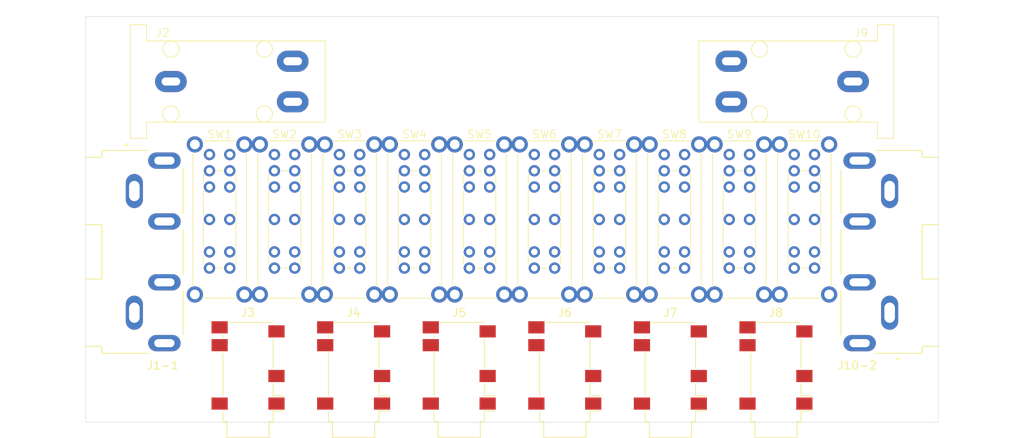
<source format=kicad_pcb>
(kicad_pcb (version 20240108) (generator "pcbnew") (generator_version "8.0")
  (layers (0 "F.Cu" signal) (31 "B.Cu" signal) (34 "B.Paste" user) (35 "F.Paste" user) (36 "B.SilkS" user "B.Silkscreen") (37 "F.SilkS" user "F.Silkscreen") (38 "B.Mask" user) (39 "F.Mask" user) (44 "Edge.Cuts" user))
  (net 0 "")
  (net 1 "Net-(SW1-2)")
  (net 2 "AGND")
  (net 5 "Net-(SW1-1)")
  (net 6 "Net-(J2-R)")
  (net 7 "Net-(J2-L)")
  (net 8 "Net-(J3-L)")
  (net 12 "Net-(J3-R)")
  (net 13 "Net-(J4-R)")
  (net 16 "Net-(J4-L)")
  (net 18 "Net-(J5-L)")
  (net 21 "Net-(J5-R)")
  (net 24 "Net-(J6-R)")
  (net 27 "Net-(J6-L)")
  (net 28 "Net-(J7-L)")
  (net 29 "Net-(J7-R)")
  (net 34 "Net-(J8-L)")
  (net 35 "Net-(J8-R)")
  (net 38 "Net-(J9-R)")
  (net 39 "Net-(J9-L)")
  (net 42 "Net-(SW10-2)")
  (net 43 "Net-(SW10-1)")
  (net 44 "CH4-R")
  (net 45 "CH1-R")
  (net 46 "CH3-R")
  (net 47 "CH3-L")
  (net 48 "CH5-R")
  (net 49 "CH2-L")
  (net 50 "CH4-L")
  (net 51 "CH5-L")
  (net 52 "CH1-L")
  (net 53 "CH2-R")
  (footprint "Tristans KiCad Library:SS-25D01-G070" (layer "F.Cu") (at 140.5 100)
    (property "Reference" "SW4" (at 0 -10.5 0) (layer "F.SilkS") (effects (font (thickness 0.1))))
    (property "Value" "~" (hide yes))
    (pad "1" thru_hole circle (at 1.25 6 90) (size 1.4 1.4) (drill 0.8) (layers "*.Cu" "*.Mask") (net 45 "CH1-R"))
    (pad "2" thru_hole circle (at 1.25 4 90) (size 1.4 1.4) (drill 0.8) (layers "*.Cu" "*.Mask") (net 53 "CH2-R"))
    (pad "3" thru_hole circle (at 1.25 0 90) (size 1.4 1.4) (drill 0.8) (layers "*.Cu" "*.Mask") (net 13 "Net-(J4-R)"))
    (pad "4" thru_hole circle (at 1.25 -4 90) (size 1.4 1.4) (drill 0.8) (layers "*.Cu" "*.Mask") (net 46 "CH3-R"))
    (pad "5" thru_hole circle (at 1.25 -6 90) (size 1.4 1.4) (drill 0.8) (layers "*.Cu" "*.Mask") (net 44 "CH4-R"))
    (pad "6" thru_hole circle (at 1.25 -8 90) (size 1.4 1.4) (drill 0.8) (layers "*.Cu" "*.Mask") (net 48 "CH5-R"))
    (pad "7" thru_hole circle (at -1.25 -8 90) (size 1.4 1.4) (drill 0.8) (layers "*.Cu" "*.Mask") (net 51 "CH5-L"))
    (pad "8" thru_hole circle (at -1.25 -6 90) (size 1.4 1.4) (drill 0.8) (layers "*.Cu" "*.Mask") (net 50 "CH4-L"))
    (pad "9" thru_hole circle (at -1.25 -4 90) (size 1.4 1.4) (drill 0.8) (layers "*.Cu" "*.Mask") (net 47 "CH3-L"))
    (pad "10" thru_hole circle (at -1.25 0 90) (size 1.4 1.4) (drill 0.8) (layers "*.Cu" "*.Mask") (net 16 "Net-(J4-L)"))
    (pad "11" thru_hole circle (at -1.25 4 90) (size 1.4 1.4) (drill 0.8) (layers "*.Cu" "*.Mask") (net 49 "CH2-L"))
    (pad "12" thru_hole circle (at -1.25 6 90) (size 1.4 1.4) (drill 0.8) (layers "*.Cu" "*.Mask") (net 52 "CH1-L"))
    (pad "13" thru_hole circle (at -3.05 9.25 90) (size 2 2) (drill 1.2) (layers "*.Cu" "*.Mask") (net 2 "AGND"))
    (pad "14" thru_hole circle (at 3.05 9.25 90) (size 2 2) (drill 1.2) (layers "*.Cu" "*.Mask") (net 2 "AGND"))
    (pad "15" thru_hole circle (at 3.05 -9.25 90) (size 2 2) (drill 1.2) (layers "*.Cu" "*.Mask") (net 2 "AGND"))
    (pad "16" thru_hole circle (at -3.05 -9.25 90) (size 2 2) (drill 1.2) (layers "*.Cu" "*.Mask") (net 2 "AGND"))
  )
  (footprint "Tristans KiCad Library:SS-25D01-G070" (layer "F.Cu") (at 180.5 100)
    (property "Reference" "SW9" (at 0 -10.5 0) (layer "F.SilkS") (effects (font (thickness 0.1))))
    (property "Value" "~" (hide yes))
    (pad "1" thru_hole circle (at 1.25 6 90) (size 1.4 1.4) (drill 0.8) (layers "*.Cu" "*.Mask") (net 45 "CH1-R"))
    (pad "2" thru_hole circle (at 1.25 4 90) (size 1.4 1.4) (drill 0.8) (layers "*.Cu" "*.Mask") (net 53 "CH2-R"))
    (pad "3" thru_hole circle (at 1.25 0 90) (size 1.4 1.4) (drill 0.8) (layers "*.Cu" "*.Mask") (net 38 "Net-(J9-R)"))
    (pad "4" thru_hole circle (at 1.25 -4 90) (size 1.4 1.4) (drill 0.8) (layers "*.Cu" "*.Mask") (net 46 "CH3-R"))
    (pad "5" thru_hole circle (at 1.25 -6 90) (size 1.4 1.4) (drill 0.8) (layers "*.Cu" "*.Mask") (net 44 "CH4-R"))
    (pad "6" thru_hole circle (at 1.25 -8 90) (size 1.4 1.4) (drill 0.8) (layers "*.Cu" "*.Mask") (net 48 "CH5-R"))
    (pad "7" thru_hole circle (at -1.25 -8 90) (size 1.4 1.4) (drill 0.8) (layers "*.Cu" "*.Mask") (net 51 "CH5-L"))
    (pad "8" thru_hole circle (at -1.25 -6 90) (size 1.4 1.4) (drill 0.8) (layers "*.Cu" "*.Mask") (net 50 "CH4-L"))
    (pad "9" thru_hole circle (at -1.25 -4 90) (size 1.4 1.4) (drill 0.8) (layers "*.Cu" "*.Mask") (net 47 "CH3-L"))
    (pad "10" thru_hole circle (at -1.25 0 90) (size 1.4 1.4) (drill 0.8) (layers "*.Cu" "*.Mask") (net 39 "Net-(J9-L)"))
    (pad "11" thru_hole circle (at -1.25 4 90) (size 1.4 1.4) (drill 0.8) (layers "*.Cu" "*.Mask") (net 49 "CH2-L"))
    (pad "12" thru_hole circle (at -1.25 6 90) (size 1.4 1.4) (drill 0.8) (layers "*.Cu" "*.Mask") (net 52 "CH1-L"))
    (pad "13" thru_hole circle (at -3.05 9.25 90) (size 2 2) (drill 1.2) (layers "*.Cu" "*.Mask") (net 2 "AGND"))
    (pad "14" thru_hole circle (at 3.05 9.25 90) (size 2 2) (drill 1.2) (layers "*.Cu" "*.Mask") (net 2 "AGND"))
    (pad "15" thru_hole circle (at 3.05 -9.25 90) (size 2 2) (drill 1.2) (layers "*.Cu" "*.Mask") (net 2 "AGND"))
    (pad "16" thru_hole circle (at -3.05 -9.25 90) (size 2 2) (drill 1.2) (layers "*.Cu" "*.Mask") (net 2 "AGND"))
  )
  (footprint "Tristans KiCad Library:SS-25D01-G070" (layer "F.Cu") (at 116.5 100)
    (property "Reference" "SW1" (at 0 -10.5 0) (layer "F.SilkS") (effects (font (thickness 0.1))))
    (property "Value" "~" (hide yes))
    (pad "1" thru_hole circle (at 1.25 6 90) (size 1.4 1.4) (drill 0.8) (layers "*.Cu" "*.Mask") (net 45 "CH1-R"))
    (pad "2" thru_hole circle (at 1.25 4 90) (size 1.4 1.4) (drill 0.8) (layers "*.Cu" "*.Mask") (net 53 "CH2-R"))
    (pad "3" thru_hole circle (at 1.25 0 90) (size 1.4 1.4) (drill 0.8) (layers "*.Cu" "*.Mask") (net 5 "Net-(SW1-1)"))
    (pad "4" thru_hole circle (at 1.25 -4 90) (size 1.4 1.4) (drill 0.8) (layers "*.Cu" "*.Mask") (net 46 "CH3-R"))
    (pad "5" thru_hole circle (at 1.25 -6 90) (size 1.4 1.4) (drill 0.8) (layers "*.Cu" "*.Mask") (net 44 "CH4-R"))
    (pad "6" thru_hole circle (at 1.25 -8 90) (size 1.4 1.4) (drill 0.8) (layers "*.Cu" "*.Mask") (net 48 "CH5-R"))
    (pad "7" thru_hole circle (at -1.25 -8 90) (size 1.4 1.4) (drill 0.8) (layers "*.Cu" "*.Mask") (net 51 "CH5-L"))
    (pad "8" thru_hole circle (at -1.25 -6 90) (size 1.4 1.4) (drill 0.8) (layers "*.Cu" "*.Mask") (net 50 "CH4-L"))
    (pad "9" thru_hole circle (at -1.25 -4 90) (size 1.4 1.4) (drill 0.8) (layers "*.Cu" "*.Mask") (net 47 "CH3-L"))
    (pad "10" thru_hole circle (at -1.25 0 90) (size 1.4 1.4) (drill 0.8) (layers "*.Cu" "*.Mask") (net 1 "Net-(SW1-2)"))
    (pad "11" thru_hole circle (at -1.25 4 90) (size 1.4 1.4) (drill 0.8) (layers "*.Cu" "*.Mask") (net 49 "CH2-L"))
    (pad "12" thru_hole circle (at -1.25 6 90) (size 1.4 1.4) (drill 0.8) (layers "*.Cu" "*.Mask") (net 52 "CH1-L"))
    (pad "13" thru_hole circle (at -3.05 9.25 90) (size 2 2) (drill 1.2) (layers "*.Cu" "*.Mask") (net 2 "AGND"))
    (pad "14" thru_hole circle (at 3.05 9.25 90) (size 2 2) (drill 1.2) (layers "*.Cu" "*.Mask") (net 2 "AGND"))
    (pad "15" thru_hole circle (at 3.05 -9.25 90) (size 2 2) (drill 1.2) (layers "*.Cu" "*.Mask") (net 2 "AGND"))
    (pad "16" thru_hole circle (at -3.05 -9.25 90) (size 2 2) (drill 1.2) (layers "*.Cu" "*.Mask") (net 2 "AGND"))
  )
  (footprint "Tristans KiCad Library:Jack_3.5mm_PJ311" (layer "F.Cu") (at 133 118 180)
    (property "Reference" "J4" (at 0 6.5 180) (layer "F.SilkS"))
    (property "Value" "PJ311")
    (pad "" np_thru_hole circle (at 0 -4.3 180) (size 1.5 1.5) (drill 1.5) (layers "*.Cu" "*.Mask"))
    (pad "" np_thru_hole circle (at 0 2.7 180) (size 1.5 1.5) (drill 1.5) (layers "*.Cu" "*.Mask"))
    (pad "1" smd rect (at -3.5 -4.7 180) (size 2 1.5) (layers "F.Cu" "F.Paste" "F.Mask") (net 2 "AGND"))
    (pad "2" smd rect (at 3.5 -4.7 180) (size 2 1.5) (layers "F.Cu" "F.Paste" "F.Mask"))
    (pad "3" smd rect (at -3.5 -1.3 180) (size 2 1.5) (layers "F.Cu" "F.Paste" "F.Mask") (net 13 "Net-(J4-R)"))
    (pad "4" smd rect (at 3.5 2.5 180) (size 2 1.5) (layers "F.Cu" "F.Paste" "F.Mask") (net 16 "Net-(J4-L)"))
    (pad "5" smd rect (at 3.5 4.7 180) (size 2 1.5) (layers "F.Cu" "F.Paste" "F.Mask"))
    (pad "6" smd rect (at -3.5 4.2 180) (size 2 1.5) (layers "F.Cu" "F.Paste" "F.Mask"))
  )
  (footprint "Tristans KiCad Library:SS-25D01-G070" (layer "F.Cu") (at 188.5 100)
    (property "Reference" "SW10" (at 0 -10.5 0) (layer "F.SilkS") (effects (font (thickness 0.1))))
    (property "Value" "~" (hide yes))
    (pad "1" thru_hole circle (at 1.25 6 90) (size 1.4 1.4) (drill 0.8) (layers "*.Cu" "*.Mask") (net 45 "CH1-R"))
    (pad "2" thru_hole circle (at 1.25 4 90) (size 1.4 1.4) (drill 0.8) (layers "*.Cu" "*.Mask") (net 53 "CH2-R"))
    (pad "3" thru_hole circle (at 1.25 0 90) (size 1.4 1.4) (drill 0.8) (layers "*.Cu" "*.Mask") (net 43 "Net-(SW10-1)"))
    (pad "4" thru_hole circle (at 1.25 -4 90) (size 1.4 1.4) (drill 0.8) (layers "*.Cu" "*.Mask") (net 46 "CH3-R"))
    (pad "5" thru_hole circle (at 1.25 -6 90) (size 1.4 1.4) (drill 0.8) (layers "*.Cu" "*.Mask") (net 44 "CH4-R"))
    (pad "6" thru_hole circle (at 1.25 -8 90) (size 1.4 1.4) (drill 0.8) (layers "*.Cu" "*.Mask") (net 48 "CH5-R"))
    (pad "7" thru_hole circle (at -1.25 -8 90) (size 1.4 1.4) (drill 0.8) (layers "*.Cu" "*.Mask") (net 51 "CH5-L"))
    (pad "8" thru_hole circle (at -1.25 -6 90) (size 1.4 1.4) (drill 0.8) (layers "*.Cu" "*.Mask") (net 50 "CH4-L"))
    (pad "9" thru_hole circle (at -1.25 -4 90) (size 1.4 1.4) (drill 0.8) (layers "*.Cu" "*.Mask") (net 47 "CH3-L"))
    (pad "10" thru_hole circle (at -1.25 0 90) (size 1.4 1.4) (drill 0.8) (layers "*.Cu" "*.Mask") (net 42 "Net-(SW10-2)"))
    (pad "11" thru_hole circle (at -1.25 4 90) (size 1.4 1.4) (drill 0.8) (layers "*.Cu" "*.Mask") (net 49 "CH2-L"))
    (pad "12" thru_hole circle (at -1.25 6 90) (size 1.4 1.4) (drill 0.8) (layers "*.Cu" "*.Mask") (net 52 "CH1-L"))
    (pad "13" thru_hole circle (at -3.05 9.25 90) (size 2 2) (drill 1.2) (layers "*.Cu" "*.Mask") (net 2 "AGND"))
    (pad "14" thru_hole circle (at 3.05 9.25 90) (size 2 2) (drill 1.2) (layers "*.Cu" "*.Mask") (net 2 "AGND"))
    (pad "15" thru_hole circle (at 3.05 -9.25 90) (size 2 2) (drill 1.2) (layers "*.Cu" "*.Mask") (net 2 "AGND"))
    (pad "16" thru_hole circle (at -3.05 -9.25 90) (size 2 2) (drill 1.2) (layers "*.Cu" "*.Mask") (net 2 "AGND"))
  )
  (footprint "Tristans KiCad Library:SS-25D01-G070" (layer "F.Cu") (at 172.5 100)
    (property "Reference" "SW8" (at 0 -10.5 0) (layer "F.SilkS") (effects (font (thickness 0.1))))
    (property "Value" "~" (hide yes))
    (pad "1" thru_hole circle (at 1.25 6 90) (size 1.4 1.4) (drill 0.8) (layers "*.Cu" "*.Mask") (net 45 "CH1-R"))
    (pad "2" thru_hole circle (at 1.25 4 90) (size 1.4 1.4) (drill 0.8) (layers "*.Cu" "*.Mask") (net 53 "CH2-R"))
    (pad "3" thru_hole circle (at 1.25 0 90) (size 1.4 1.4) (drill 0.8) (layers "*.Cu" "*.Mask") (net 35 "Net-(J8-R)"))
    (pad "4" thru_hole circle (at 1.25 -4 90) (size 1.4 1.4) (drill 0.8) (layers "*.Cu" "*.Mask") (net 46 "CH3-R"))
    (pad "5" thru_hole circle (at 1.25 -6 90) (size 1.4 1.4) (drill 0.8) (layers "*.Cu" "*.Mask") (net 44 "CH4-R"))
    (pad "6" thru_hole circle (at 1.25 -8 90) (size 1.4 1.4) (drill 0.8) (layers "*.Cu" "*.Mask") (net 48 "CH5-R"))
    (pad "7" thru_hole circle (at -1.25 -8 90) (size 1.4 1.4) (drill 0.8) (layers "*.Cu" "*.Mask") (net 51 "CH5-L"))
    (pad "8" thru_hole circle (at -1.25 -6 90) (size 1.4 1.4) (drill 0.8) (layers "*.Cu" "*.Mask") (net 50 "CH4-L"))
    (pad "9" thru_hole circle (at -1.25 -4 90) (size 1.4 1.4) (drill 0.8) (layers "*.Cu" "*.Mask") (net 47 "CH3-L"))
    (pad "10" thru_hole circle (at -1.25 0 90) (size 1.4 1.4) (drill 0.8) (layers "*.Cu" "*.Mask") (net 34 "Net-(J8-L)"))
    (pad "11" thru_hole circle (at -1.25 4 90) (size 1.4 1.4) (drill 0.8) (layers "*.Cu" "*.Mask") (net 49 "CH2-L"))
    (pad "12" thru_hole circle (at -1.25 6 90) (size 1.4 1.4) (drill 0.8) (layers "*.Cu" "*.Mask") (net 52 "CH1-L"))
    (pad "13" thru_hole circle (at -3.05 9.25 90) (size 2 2) (drill 1.2) (layers "*.Cu" "*.Mask") (net 2 "AGND"))
    (pad "14" thru_hole circle (at 3.05 9.25 90) (size 2 2) (drill 1.2) (layers "*.Cu" "*.Mask") (net 2 "AGND"))
    (pad "15" thru_hole circle (at 3.05 -9.25 90) (size 2 2) (drill 1.2) (layers "*.Cu" "*.Mask") (net 2 "AGND"))
    (pad "16" thru_hole circle (at -3.05 -9.25 90) (size 2 2) (drill 1.2) (layers "*.Cu" "*.Mask") (net 2 "AGND"))
  )
  (footprint "Tristans KiCad Library:PJ-623A3" (layer "F.Cu") (at 199.5 83 180)
    (property "Reference" "J9" (at 4 6 0) (layer "F.SilkS") (effects (font (thickness 0.1))))
    (property "Value" "AudioJack2_Ground")
    (pad "1" thru_hole oval (at 5 0 180) (size 3.9 2.6) (drill oval 2.3 1) (layers "*.Cu" "*.Mask") (net 2 "AGND"))
    (pad "2" thru_hole oval (at 20 -2.5 180) (size 3.9 2.6) (drill oval 2.3 1) (layers "*.Cu" "*.Mask") (net 38 "Net-(J9-R)"))
    (pad "3" thru_hole oval (at 20 2.5 180) (size 3.9 2.6) (drill oval 2.3 1) (layers "*.Cu" "*.Mask") (net 39 "Net-(J9-L)"))
  )
  (footprint "Tristans KiCad Library:Jack_3.5mm_PJ311" (layer "F.Cu") (at 185 118.0025 180)
    (property "Reference" "J8" (at 0 6.5 180) (layer "F.SilkS"))
    (property "Value" "PJ311")
    (pad "" np_thru_hole circle (at 0 -4.3 180) (size 1.5 1.5) (drill 1.5) (layers "*.Cu" "*.Mask"))
    (pad "" np_thru_hole circle (at 0 2.7 180) (size 1.5 1.5) (drill 1.5) (layers "*.Cu" "*.Mask"))
    (pad "1" smd rect (at -3.5 -4.7 180) (size 2 1.5) (layers "F.Cu" "F.Paste" "F.Mask") (net 2 "AGND"))
    (pad "2" smd rect (at 3.5 -4.7 180) (size 2 1.5) (layers "F.Cu" "F.Paste" "F.Mask"))
    (pad "3" smd rect (at -3.5 -1.3 180) (size 2 1.5) (layers "F.Cu" "F.Paste" "F.Mask") (net 35 "Net-(J8-R)"))
    (pad "4" smd rect (at 3.5 2.5 180) (size 2 1.5) (layers "F.Cu" "F.Paste" "F.Mask") (net 34 "Net-(J8-L)"))
    (pad "5" smd rect (at 3.5 4.7 180) (size 2 1.5) (layers "F.Cu" "F.Paste" "F.Mask"))
    (pad "6" smd rect (at -3.5 4.2 180) (size 2 1.5) (layers "F.Cu" "F.Paste" "F.Mask"))
  )
  (footprint "Tristans KiCad Library:SS-25D01-G070" (layer "F.Cu") (at 132.5 100)
    (property "Reference" "SW3" (at 0 -10.5 0) (layer "F.SilkS") (effects (font (thickness 0.1))))
    (property "Value" "~" (hide yes))
    (pad "1" thru_hole circle (at 1.25 6 90) (size 1.4 1.4) (drill 0.8) (layers "*.Cu" "*.Mask") (net 45 "CH1-R"))
    (pad "2" thru_hole circle (at 1.25 4 90) (size 1.4 1.4) (drill 0.8) (layers "*.Cu" "*.Mask") (net 53 "CH2-R"))
    (pad "3" thru_hole circle (at 1.25 0 90) (size 1.4 1.4) (drill 0.8) (layers "*.Cu" "*.Mask") (net 12 "Net-(J3-R)"))
    (pad "4" thru_hole circle (at 1.25 -4 90) (size 1.4 1.4) (drill 0.8) (layers "*.Cu" "*.Mask") (net 46 "CH3-R"))
    (pad "5" thru_hole circle (at 1.25 -6 90) (size 1.4 1.4) (drill 0.8) (layers "*.Cu" "*.Mask") (net 44 "CH4-R"))
    (pad "6" thru_hole circle (at 1.25 -8 90) (size 1.4 1.4) (drill 0.8) (layers "*.Cu" "*.Mask") (net 48 "CH5-R"))
    (pad "7" thru_hole circle (at -1.25 -8 90) (size 1.4 1.4) (drill 0.8) (layers "*.Cu" "*.Mask") (net 51 "CH5-L"))
    (pad "8" thru_hole circle (at -1.25 -6 90) (size 1.4 1.4) (drill 0.8) (layers "*.Cu" "*.Mask") (net 50 "CH4-L"))
    (pad "9" thru_hole circle (at -1.25 -4 90) (size 1.4 1.4) (drill 0.8) (layers "*.Cu" "*.Mask") (net 47 "CH3-L"))
    (pad "10" thru_hole circle (at -1.25 0 90) (size 1.4 1.4) (drill 0.8) (layers "*.Cu" "*.Mask") (net 8 "Net-(J3-L)"))
    (pad "11" thru_hole circle (at -1.25 4 90) (size 1.4 1.4) (drill 0.8) (layers "*.Cu" "*.Mask") (net 49 "CH2-L"))
    (pad "12" thru_hole circle (at -1.25 6 90) (size 1.4 1.4) (drill 0.8) (layers "*.Cu" "*.Mask") (net 52 "CH1-L"))
    (pad "13" thru_hole circle (at -3.05 9.25 90) (size 2 2) (drill 1.2) (layers "*.Cu" "*.Mask") (net 2 "AGND"))
    (pad "14" thru_hole circle (at 3.05 9.25 90) (size 2 2) (drill 1.2) (layers "*.Cu" "*.Mask") (net 2 "AGND"))
    (pad "15" thru_hole circle (at 3.05 -9.25 90) (size 2 2) (drill 1.2) (layers "*.Cu" "*.Mask") (net 2 "AGND"))
    (pad "16" thru_hole circle (at -3.05 -9.25 90) (size 2 2) (drill 1.2) (layers "*.Cu" "*.Mask") (net 2 "AGND"))
  )
  (footprint "Tristans KiCad Library:Jack_3.5mm_PJ311" (layer "F.Cu") (at 120 118 180)
    (property "Reference" "J3" (at 0 6.5 180) (layer "F.SilkS"))
    (property "Value" "PJ311")
    (pad "" np_thru_hole circle (at 0 -4.3 180) (size 1.5 1.5) (drill 1.5) (layers "*.Cu" "*.Mask"))
    (pad "" np_thru_hole circle (at 0 2.7 180) (size 1.5 1.5) (drill 1.5) (layers "*.Cu" "*.Mask"))
    (pad "1" smd rect (at -3.5 -4.7 180) (size 2 1.5) (layers "F.Cu" "F.Paste" "F.Mask") (net 2 "AGND"))
    (pad "2" smd rect (at 3.5 -4.7 180) (size 2 1.5) (layers "F.Cu" "F.Paste" "F.Mask"))
    (pad "3" smd rect (at -3.5 -1.3 180) (size 2 1.5) (layers "F.Cu" "F.Paste" "F.Mask") (net 12 "Net-(J3-R)"))
    (pad "4" smd rect (at 3.5 2.5 180) (size 2 1.5) (layers "F.Cu" "F.Paste" "F.Mask") (net 8 "Net-(J3-L)"))
    (pad "5" smd rect (at 3.5 4.7 180) (size 2 1.5) (layers "F.Cu" "F.Paste" "F.Mask"))
    (pad "6" smd rect (at -3.5 4.2 180) (size 2 1.5) (layers "F.Cu" "F.Paste" "F.Mask"))
  )
  (footprint "Tristans KiCad Library:PJ-623A3" (layer "F.Cu") (at 105.5 83)
    (property "Reference" "J2" (at 4 -6 0) (layer "F.SilkS") (effects (font (thickness 0.1))))
    (property "Value" "AudioJack2_Ground")
    (pad "1" thru_hole oval (at 5 0) (size 3.9 2.6) (drill oval 2.3 1) (layers "*.Cu" "*.Mask") (net 2 "AGND"))
    (pad "2" thru_hole oval (at 20 -2.5) (size 3.9 2.6) (drill oval 2.3 1) (layers "*.Cu" "*.Mask") (net 6 "Net-(J2-R)"))
    (pad "3" thru_hole oval (at 20 2.5) (size 3.9 2.6) (drill oval 2.3 1) (layers "*.Cu" "*.Mask") (net 7 "Net-(J2-L)"))
  )
  (footprint "PJRAN2X1U01AUX:SWITCHCRAFT_PJRAN2X1U01AUX" (layer "F.Cu") (at 203 104 90)
    (property "Reference" "J10-2" (at -14 -8 180) (layer "F.SilkS"))
    (property "Value" "PJRAN2X1U01AUX")
    (pad "1_A" thru_hole oval (at -7.5 -4 90) (size 4.2 2.1) (drill oval 2.5 1.3) (layers "*.Cu" "*.Mask") (net 2 "AGND"))
    (pad "1_B" thru_hole oval (at 7.5 -4 90) (size 4.2 2.1) (drill oval 2.5 1.3) (layers "*.Cu" "*.Mask") (net 2 "AGND"))
    (pad "2_A" thru_hole oval (at -11.25 -7.7 90) (size 2 4) (drill oval 1 2.5) (layers "*.Cu" "*.Mask") (net 43 "Net-(SW10-1)"))
    (pad "2_B" thru_hole oval (at 3.75 -7.7 90) (size 2 4) (drill oval 1 2.5) (layers "*.Cu" "*.Mask") (net 42 "Net-(SW10-2)"))
    (pad "3_A" thru_hole oval (at -3.75 -7.7 90) (size 2 4) (drill oval 1 2.5) (layers "*.Cu" "*.Mask"))
    (pad "3_B" thru_hole oval (at 11.25 -7.7 90) (size 2 4) (drill oval 1 2.5) (layers "*.Cu" "*.Mask"))
  )
  (footprint "Tristans KiCad Library:SS-25D01-G070" (layer "F.Cu") (at 148.5 100)
    (property "Reference" "SW5" (at 0 -10.5 0) (layer "F.SilkS") (effects (font (thickness 0.1))))
    (property "Value" "~" (hide yes))
    (pad "1" thru_hole circle (at 1.25 6 90) (size 1.4 1.4) (drill 0.8) (layers "*.Cu" "*.Mask") (net 45 "CH1-R"))
    (pad "2" thru_hole circle (at 1.25 4 90) (size 1.4 1.4) (drill 0.8) (layers "*.Cu" "*.Mask") (net 53 "CH2-R"))
    (pad "3" thru_hole circle (at 1.25 0 90) (size 1.4 1.4) (drill 0.8) (layers "*.Cu" "*.Mask") (net 21 "Net-(J5-R)"))
    (pad "4" thru_hole circle (at 1.25 -4 90) (size 1.4 1.4) (drill 0.8) (layers "*.Cu" "*.Mask") (net 46 "CH3-R"))
    (pad "5" thru_hole circle (at 1.25 -6 90) (size 1.4 1.4) (drill 0.8) (layers "*.Cu" "*.Mask") (net 44 "CH4-R"))
    (pad "6" thru_hole circle (at 1.25 -8 90) (size 1.4 1.4) (drill 0.8) (layers "*.Cu" "*.Mask") (net 48 "CH5-R"))
    (pad "7" thru_hole circle (at -1.25 -8 90) (size 1.4 1.4) (drill 0.8) (layers "*.Cu" "*.Mask") (net 51 "CH5-L"))
    (pad "8" thru_hole circle (at -1.25 -6 90) (size 1.4 1.4) (drill 0.8) (layers "*.Cu" "*.Mask") (net 50 "CH4-L"))
    (pad "9" thru_hole circle (at -1.25 -4 90) (size 1.4 1.4) (drill 0.8) (layers "*.Cu" "*.Mask") (net 47 "CH3-L"))
    (pad "10" thru_hole circle (at -1.25 0 90) (size 1.4 1.4) (drill 0.8) (layers "*.Cu" "*.Mask") (net 18 "Net-(J5-L)"))
    (pad "11" thru_hole circle (at -1.25 4 90) (size 1.4 1.4) (drill 0.8) (layers "*.Cu" "*.Mask") (net 49 "CH2-L"))
    (pad "12" thru_hole circle (at -1.25 6 90) (size 1.4 1.4) (drill 0.8) (layers "*.Cu" "*.Mask") (net 52 "CH1-L"))
    (pad "13" thru_hole circle (at -3.05 9.25 90) (size 2 2) (drill 1.2) (layers "*.Cu" "*.Mask") (net 2 "AGND"))
    (pad "14" thru_hole circle (at 3.05 9.25 90) (size 2 2) (drill 1.2) (layers "*.Cu" "*.Mask") (net 2 "AGND"))
    (pad "15" thru_hole circle (at 3.05 -9.25 90) (size 2 2) (drill 1.2) (layers "*.Cu" "*.Mask") (net 2 "AGND"))
    (pad "16" thru_hole circle (at -3.05 -9.25 90) (size 2 2) (drill 1.2) (layers "*.Cu" "*.Mask") (net 2 "AGND"))
  )
  (footprint "Tristans KiCad Library:Jack_3.5mm_PJ311" (layer "F.Cu") (at 172 118.0025 180)
    (property "Reference" "J7" (at 0 6.5 180) (layer "F.SilkS"))
    (property "Value" "PJ311")
    (pad "" np_thru_hole circle (at 0 -4.3 180) (size 1.5 1.5) (drill 1.5) (layers "*.Cu" "*.Mask"))
    (pad "" np_thru_hole circle (at 0 2.7 180) (size 1.5 1.5) (drill 1.5) (layers "*.Cu" "*.Mask"))
    (pad "1" smd rect (at -3.5 -4.7 180) (size 2 1.5) (layers "F.Cu" "F.Paste" "F.Mask") (net 2 "AGND"))
    (pad "2" smd rect (at 3.5 -4.7 180) (size 2 1.5) (layers "F.Cu" "F.Paste" "F.Mask"))
    (pad "3" smd rect (at -3.5 -1.3 180) (size 2 1.5) (layers "F.Cu" "F.Paste" "F.Mask") (net 29 "Net-(J7-R)"))
    (pad "4" smd rect (at 3.5 2.5 180) (size 2 1.5) (layers "F.Cu" "F.Paste" "F.Mask") (net 28 "Net-(J7-L)"))
    (pad "5" smd rect (at 3.5 4.7 180) (size 2 1.5) (layers "F.Cu" "F.Paste" "F.Mask"))
    (pad "6" smd rect (at -3.5 4.2 180) (size 2 1.5) (layers "F.Cu" "F.Paste" "F.Mask"))
  )
  (footprint "PJRAN2X1U01AUX:SWITCHCRAFT_PJRAN2X1U01AUX" (layer "F.Cu") (at 102 104 -90)
    (property "Reference" "J1-1" (at 14 -7.5 180) (layer "F.SilkS"))
    (property "Value" "PJRAN2X1U01AUX")
    (pad "1_A" thru_hole oval (at -7.5 -4 270) (size 4.2 2.1) (drill oval 2.5 1.3) (layers "*.Cu" "*.Mask") (net 2 "AGND"))
    (pad "1_B" thru_hole oval (at 7.5 -4 270) (size 4.2 2.1) (drill oval 2.5 1.3) (layers "*.Cu" "*.Mask") (net 2 "AGND"))
    (pad "2_A" thru_hole oval (at -11.25 -7.7 270) (size 2 4) (drill oval 1 2.5) (layers "*.Cu" "*.Mask") (net 5 "Net-(SW1-1)"))
    (pad "2_B" thru_hole oval (at 3.75 -7.7 270) (size 2 4) (drill oval 1 2.5) (layers "*.Cu" "*.Mask") (net 1 "Net-(SW1-2)"))
    (pad "3_A" thru_hole oval (at -3.75 -7.7 270) (size 2 4) (drill oval 1 2.5) (layers "*.Cu" "*.Mask"))
    (pad "3_B" thru_hole oval (at 11.25 -7.7 270) (size 2 4) (drill oval 1 2.5) (layers "*.Cu" "*.Mask"))
  )
  (footprint "Tristans KiCad Library:Jack_3.5mm_PJ311" (layer "F.Cu") (at 159 118 180)
    (property "Reference" "J6" (at 0 6.5 180) (layer "F.SilkS"))
    (property "Value" "PJ311")
    (pad "" np_thru_hole circle (at 0 -4.3 180) (size 1.5 1.5) (drill 1.5) (layers "*.Cu" "*.Mask"))
    (pad "" np_thru_hole circle (at 0 2.7 180) (size 1.5 1.5) (drill 1.5) (layers "*.Cu" "*.Mask"))
    (pad "1" smd rect (at -3.5 -4.7 180) (size 2 1.5) (layers "F.Cu" "F.Paste" "F.Mask") (net 2 "AGND"))
    (pad "2" smd rect (at 3.5 -4.7 180) (size 2 1.5) (layers "F.Cu" "F.Paste" "F.Mask"))
    (pad "3" smd rect (at -3.5 -1.3 180) (size 2 1.5) (layers "F.Cu" "F.Paste" "F.Mask") (net 24 "Net-(J6-R)"))
    (pad "4" smd rect (at 3.5 2.5 180) (size 2 1.5) (layers "F.Cu" "F.Paste" "F.Mask") (net 27 "Net-(J6-L)"))
    (pad "5" smd rect (at 3.5 4.7 180) (size 2 1.5) (layers "F.Cu" "F.Paste" "F.Mask"))
    (pad "6" smd rect (at -3.5 4.2 180) (size 2 1.5) (layers "F.Cu" "F.Paste" "F.Mask"))
  )
  (footprint "Tristans KiCad Library:SS-25D01-G070" (layer "F.Cu") (at 124.5 100)
    (property "Reference" "SW2" (at 0 -10.5 0) (layer "F.SilkS") (effects (font (thickness 0.1))))
    (property "Value" "~" (hide yes))
    (pad "1" thru_hole circle (at 1.25 6 90) (size 1.4 1.4) (drill 0.8) (layers "*.Cu" "*.Mask") (net 45 "CH1-R"))
    (pad "2" thru_hole circle (at 1.25 4 90) (size 1.4 1.4) (drill 0.8) (layers "*.Cu" "*.Mask") (net 53 "CH2-R"))
    (pad "3" thru_hole circle (at 1.25 0 90) (size 1.4 1.4) (drill 0.8) (layers "*.Cu" "*.Mask") (net 6 "Net-(J2-R)"))
    (pad "4" thru_hole circle (at 1.25 -4 90) (size 1.4 1.4) (drill 0.8) (layers "*.Cu" "*.Mask") (net 46 "CH3-R"))
    (pad "5" thru_hole circle (at 1.25 -6 90) (size 1.4 1.4) (drill 0.8) (layers "*.Cu" "*.Mask") (net 44 "CH4-R"))
    (pad "6" thru_hole circle (at 1.25 -8 90) (size 1.4 1.4) (drill 0.8) (layers "*.Cu" "*.Mask") (net 48 "CH5-R"))
    (pad "7" thru_hole circle (at -1.25 -8 90) (size 1.4 1.4) (drill 0.8) (layers "*.Cu" "*.Mask") (net 51 "CH5-L"))
    (pad "8" thru_hole circle (at -1.25 -6 90) (size 1.4 1.4) (drill 0.8) (layers "*.Cu" "*.Mask") (net 50 "CH4-L"))
    (pad "9" thru_hole circle (at -1.25 -4 90) (size 1.4 1.4) (drill 0.8) (layers "*.Cu" "*.Mask") (net 47 "CH3-L"))
    (pad "10" thru_hole circle (at -1.25 0 90) (size 1.4 1.4) (drill 0.8) (layers "*.Cu" "*.Mask") (net 7 "Net-(J2-L)"))
    (pad "11" thru_hole circle (at -1.25 4 90) (size 1.4 1.4) (drill 0.8) (layers "*.Cu" "*.Mask") (net 49 "CH2-L"))
    (pad "12" thru_hole circle (at -1.25 6 90) (size 1.4 1.4) (drill 0.8) (layers "*.Cu" "*.Mask") (net 52 "CH1-L"))
    (pad "13" thru_hole circle (at -3.05 9.25 90) (size 2 2) (drill 1.2) (layers "*.Cu" "*.Mask") (net 2 "AGND"))
    (pad "14" thru_hole circle (at 3.05 9.25 90) (size 2 2) (drill 1.2) (layers "*.Cu" "*.Mask") (net 2 "AGND"))
    (pad "15" thru_hole circle (at 3.05 -9.25 90) (size 2 2) (drill 1.2) (layers "*.Cu" "*.Mask") (net 2 "AGND"))
    (pad "16" thru_hole circle (at -3.05 -9.25 90) (size 2 2) (drill 1.2) (layers "*.Cu" "*.Mask") (net 2 "AGND"))
  )
  (footprint "Tristans KiCad Library:Jack_3.5mm_PJ311" (layer "F.Cu") (at 146 118 180)
    (property "Reference" "J5" (at 0 6.5 180) (layer "F.SilkS"))
    (property "Value" "PJ311")
    (pad "" np_thru_hole circle (at 0 -4.3 180) (size 1.5 1.5) (drill 1.5) (layers "*.Cu" "*.Mask"))
    (pad "" np_thru_hole circle (at 0 2.7 180) (size 1.5 1.5) (drill 1.5) (layers "*.Cu" "*.Mask"))
    (pad "1" smd rect (at -3.5 -4.7 180) (size 2 1.5) (layers "F.Cu" "F.Paste" "F.Mask") (net 2 "AGND"))
    (pad "2" smd rect (at 3.5 -4.7 180) (size 2 1.5) (layers "F.Cu" "F.Paste" "F.Mask"))
    (pad "3" smd rect (at -3.5 -1.3 180) (size 2 1.5) (layers "F.Cu" "F.Paste" "F.Mask") (net 21 "Net-(J5-R)"))
    (pad "4" smd rect (at 3.5 2.5 180) (size 2 1.5) (layers "F.Cu" "F.Paste" "F.Mask") (net 18 "Net-(J5-L)"))
    (pad "5" smd rect (at 3.5 4.7 180) (size 2 1.5) (layers "F.Cu" "F.Paste" "F.Mask"))
    (pad "6" smd rect (at -3.5 4.2 180) (size 2 1.5) (layers "F.Cu" "F.Paste" "F.Mask"))
  )
  (footprint "Tristans KiCad Library:SS-25D01-G070" (layer "F.Cu") (at 164.5 100)
    (property "Reference" "SW7" (at 0 -10.5 0) (layer "F.SilkS") (effects (font (thickness 0.1))))
    (property "Value" "~" (hide yes))
    (pad "1" thru_hole circle (at 1.25 6 90) (size 1.4 1.4) (drill 0.8) (layers "*.Cu" "*.Mask") (net 45 "CH1-R"))
    (pad "2" thru_hole circle (at 1.25 4 90) (size 1.4 1.4) (drill 0.8) (layers "*.Cu" "*.Mask") (net 53 "CH2-R"))
    (pad "3" thru_hole circle (at 1.25 0 90) (size 1.4 1.4) (drill 0.8) (layers "*.Cu" "*.Mask") (net 29 "Net-(J7-R)"))
    (pad "4" thru_hole circle (at 1.25 -4 90) (size 1.4 1.4) (drill 0.8) (layers "*.Cu" "*.Mask") (net 46 "CH3-R"))
    (pad "5" thru_hole circle (at 1.25 -6 90) (size 1.4 1.4) (drill 0.8) (layers "*.Cu" "*.Mask") (net 44 "CH4-R"))
    (pad "6" thru_hole circle (at 1.25 -8 90) (size 1.4 1.4) (drill 0.8) (layers "*.Cu" "*.Mask") (net 48 "CH5-R"))
    (pad "7" thru_hole circle (at -1.25 -8 90) (size 1.4 1.4) (drill 0.8) (layers "*.Cu" "*.Mask") (net 51 "CH5-L"))
    (pad "8" thru_hole circle (at -1.25 -6 90) (size 1.4 1.4) (drill 0.8) (layers "*.Cu" "*.Mask") (net 50 "CH4-L"))
    (pad "9" thru_hole circle (at -1.25 -4 90) (size 1.4 1.4) (drill 0.8) (layers "*.Cu" "*.Mask") (net 47 "CH3-L"))
    (pad "10" thru_hole circle (at -1.25 0 90) (size 1.4 1.4) (drill 0.8) (layers "*.Cu" "*.Mask") (net 28 "Net-(J7-L)"))
    (pad "11" thru_hole circle (at -1.25 4 90) (size 1.4 1.4) (drill 0.8) (layers "*.Cu" "*.Mask") (net 49 "CH2-L"))
    (pad "12" thru_hole circle (at -1.25 6 90) (size 1.4 1.4) (drill 0.8) (layers "*.Cu" "*.Mask") (net 52 "CH1-L"))
    (pad "13" thru_hole circle (at -3.05 9.25 90) (size 2 2) (drill 1.2) (layers "*.Cu" "*.Mask") (net 2 "AGND"))
    (pad "14" thru_hole circle (at 3.05 9.25 90) (size 2 2) (drill 1.2) (layers "*.Cu" "*.Mask") (net 2 "AGND"))
    (pad "15" thru_hole circle (at 3.05 -9.25 90) (size 2 2) (drill 1.2) (layers "*.Cu" "*.Mask") (net 2 "AGND"))
    (pad "16" thru_hole circle (at -3.05 -9.25 90) (size 2 2) (drill 1.2) (layers "*.Cu" "*.Mask") (net 2 "AGND"))
  )
  (footprint "Tristans KiCad Library:SS-25D01-G070" (layer "F.Cu") (at 156.5 100)
    (property "Reference" "SW6" (at 0 -10.5 0) (layer "F.SilkS") (effects (font (thickness 0.1))))
    (property "Value" "~" (hide yes))
    (pad "1" thru_hole circle (at 1.25 6 90) (size 1.4 1.4) (drill 0.8) (layers "*.Cu" "*.Mask") (net 45 "CH1-R"))
    (pad "2" thru_hole circle (at 1.25 4 90) (size 1.4 1.4) (drill 0.8) (layers "*.Cu" "*.Mask") (net 53 "CH2-R"))
    (pad "3" thru_hole circle (at 1.25 0 90) (size 1.4 1.4) (drill 0.8) (layers "*.Cu" "*.Mask") (net 24 "Net-(J6-R)"))
    (pad "4" thru_hole circle (at 1.25 -4 90) (size 1.4 1.4) (drill 0.8) (layers "*.Cu" "*.Mask") (net 46 "CH3-R"))
    (pad "5" thru_hole circle (at 1.25 -6 90) (size 1.4 1.4) (drill 0.8) (layers "*.Cu" "*.Mask") (net 44 "CH4-R"))
    (pad "6" thru_hole circle (at 1.25 -8 90) (size 1.4 1.4) (drill 0.8) (layers "*.Cu" "*.Mask") (net 48 "CH5-R"))
    (pad "7" thru_hole circle (at -1.25 -8 90) (size 1.4 1.4) (drill 0.8) (layers "*.Cu" "*.Mask") (net 51 "CH5-L"))
    (pad "8" thru_hole circle (at -1.25 -6 90) (size 1.4 1.4) (drill 0.8) (layers "*.Cu" "*.Mask") (net 50 "CH4-L"))
    (pad "9" thru_hole circle (at -1.25 -4 90) (size 1.4 1.4) (drill 0.8) (layers "*.Cu" "*.Mask") (net 47 "CH3-L"))
    (pad "10" thru_hole circle (at -1.25 0 90) (size 1.4 1.4) (drill 0.8) (layers "*.Cu" "*.Mask") (net 27 "Net-(J6-L)"))
    (pad "11" thru_hole circle (at -1.25 4 90) (size 1.4 1.4) (drill 0.8) (layers "*.Cu" "*.Mask") (net 49 "CH2-L"))
    (pad "12" thru_hole circle (at -1.25 6 90) (size 1.4 1.4) (drill 0.8) (layers "*.Cu" "*.Mask") (net 52 "CH1-L"))
    (pad "13" thru_hole circle (at -3.05 9.25 90) (size 2 2) (drill 1.2) (layers "*.Cu" "*.Mask") (net 2 "AGND"))
    (pad "14" thru_hole circle (at 3.05 9.25 90) (size 2 2) (drill 1.2) (layers "*.Cu" "*.Mask") (net 2 "AGND"))
    (pad "15" thru_hole circle (at 3.05 -9.25 90) (size 2 2) (drill 1.2) (layers "*.Cu" "*.Mask") (net 2 "AGND"))
    (pad "16" thru_hole circle (at -3.05 -9.25 90) (size 2 2) (drill 1.2) (layers "*.Cu" "*.Mask") (net 2 "AGND"))
  )
  (gr_line (start 100 125) (end 100 75) (stroke (width 0.05)) (layer "Edge.Cuts"))
  (gr_line (start 100 75) (end 205 75) (stroke (width 0.05)) (layer "Edge.Cuts"))
  (gr_line (start 205 125) (end 100 125) (stroke (width 0.05)) (layer "Edge.Cuts"))
  (gr_line (start 205 75) (end 205 125) (stroke (width 0.05)) (layer "Edge.Cuts"))
)
</source>
